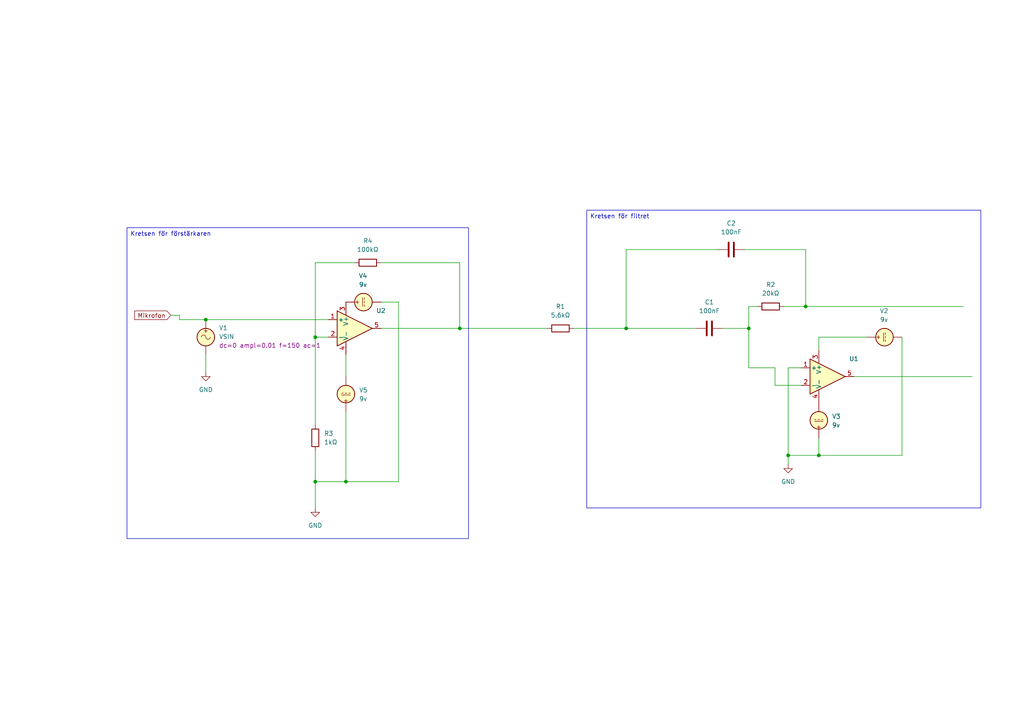
<source format=kicad_sch>
(kicad_sch (version 20250114) (generator "eeschema") (generator_version "9.0")
  (paper "A4")
  (lib_symbols
    (symbol "Device:C" (pin_numbers (hide yes)) (pin_names (offset 0.254))
      (property "Reference" "C" (at 0.635 2.54 0))
      (property "Value" "C" (at 0.635 -2.54 0))
      (symbol "C_0_1"
        (polyline (pts (xy -2.032 0.762) (xy 2.032 0.762)) (stroke (width 0.508)))
        (polyline (pts (xy -2.032 -0.762) (xy 2.032 -0.762)) (stroke (width 0.508)))
      )
      (symbol "C_1_1"
        (pin passive line (at 0 3.81 270) (length 2.794) (name "~") (number "1"))
        (pin passive line (at 0 -3.81 90) (length 2.794) (name "~") (number "2"))
      )
    )
    (symbol "Device:R" (pin_numbers (hide yes)) (pin_names (offset 0))
      (property "Reference" "R" (at 2.032 0 90))
      (property "Value" "R" (at 0 0 90))
      (symbol "R_0_1"
        (rectangle (start -1.016 -2.54) (end 1.016 2.54) (stroke (width 0.254)))
      )
      (symbol "R_1_1"
        (pin passive line (at 0 3.81 270) (length 1.27) (name "~") (number "1"))
        (pin passive line (at 0 -3.81 90) (length 1.27) (name "~") (number "2"))
      )
    )
    (symbol "Simulation_SPICE:OPAMP" (pin_names (offset 0.254))
      (property "Reference" "U" (at 3.81 3.175 0))
      (property "Value" "${SIM.PARAMS}" (at 3.81 -3.175 0))
      (symbol "OPAMP_0_1"
        (polyline (pts (xy 5.08 0) (xy -5.08 5.08) (xy -5.08 -5.08) (xy 5.08 0)) (stroke (width 0.254)) (fill (type background)))
      )
      (symbol "OPAMP_1_1"
        (pin input line (at -7.62 2.54 0) (length 2.54) (name "+") (number "1"))
        (pin input line (at -7.62 -2.54 0) (length 2.54) (name "-") (number "2"))
        (pin power_in line (at -2.54 7.62 270) (length 3.81) (name "V+") (number "3"))
        (pin power_in line (at -2.54 -7.62 90) (length 3.81) (name "V-") (number "4"))
        (pin output line (at 7.62 0 180) (length 2.54) (name "~") (number "5"))
      )
    )
    (symbol "Simulation_SPICE:VDC" (pin_numbers (hide yes)) (pin_names (offset 0.0254))
      (property "Reference" "V" (at 2.54 2.54 0))
      (property "Value" "1" (at 2.54 0 0))
      (symbol "VDC_0_0"
        (polyline (pts (xy -1.27 0.254) (xy 1.27 0.254)))
        (polyline (pts (xy -0.762 -0.254) (xy -1.27 -0.254)))
        (polyline (pts (xy 0.254 -0.254) (xy -0.254 -0.254)))
        (polyline (pts (xy 1.27 -0.254) (xy 0.762 -0.254)))
        (text "+" (at 0 1.905 0) (effects (font (size 1.27 1.27))))
      )
      (symbol "VDC_0_1"
        (circle (center 0 0) (radius 2.54) (stroke (width 0.254)) (fill (type background)))
      )
      (symbol "VDC_1_1"
        (pin passive line (at 0 5.08 270) (length 2.54) (name "~") (number "1"))
        (pin passive line (at 0 -5.08 90) (length 2.54) (name "~") (number "2"))
      )
    )
    (symbol "Simulation_SPICE:VSIN" (pin_numbers (hide yes)) (pin_names (offset 0.0254))
      (property "Reference" "V" (at 2.54 2.54 0))
      (property "Value" "VSIN" (at 2.54 0 0))
      (property "Sim.Params" "dc=0 ampl=1 f=1k ac=1" (at 2.54 -2.54 0))
      (symbol "VSIN_0_0"
        (arc (start -1.27 0) (mid -0.635 0.6323) (end 0 0))
        (arc (start 1.27 0) (mid 0.635 -0.6323) (end 0 0))
        (text "+" (at 0 1.905 0) (effects (font (size 1.27 1.27))))
      )
      (symbol "VSIN_0_1"
        (circle (center 0 0) (radius 2.54) (stroke (width 0.254)) (fill (type background)))
      )
      (symbol "VSIN_1_1"
        (pin passive line (at 0 5.08 270) (length 2.54) (name "~") (number "1"))
        (pin passive line (at 0 -5.08 90) (length 2.54) (name "~") (number "2"))
      )
    )
    (symbol "power:GND" (power) (pin_numbers (hide yes)) (pin_names (offset 0) (hide yes))
      (property "Value" "GND" (at 0 -3.81 0))
      (symbol "GND_0_1"
        (polyline (pts (xy 0 0) (xy 0 -1.27) (xy 1.27 -1.27) (xy 0 -2.54) (xy -1.27 -1.27) (xy 0 -1.27)))
      )
      (symbol "GND_1_1"
        (pin power_in line (at 0 0 270) (length 0) (name "~") (number "1"))
      )
    )
  )
  (text_box "Kretsen för filtret" (at 170.18 60.96 0) (size 114.3 86.36) (margins 0.9525 0.9525 0.9525 0.9525) (effects (font (size 1.27 1.27)) (justify left top)))
  (text_box "Kretsen för förstärkaren" (at 36.83 66.04 0) (size 99.06 90.17) (margins 0.9525 0.9525 0.9525 0.9525) (effects (font (size 1.27 1.27)) (justify left top)))
  (junction (at 228.6 132.08))
  (junction (at 59.69 92.71))
  (junction (at 233.68 88.9))
  (junction (at 91.44 139.7))
  (junction (at 91.44 97.79))
  (junction (at 133.35 95.25))
  (junction (at 100.33 139.7))
  (junction (at 217.17 95.25))
  (junction (at 237.49 132.08))
  (junction (at 181.61 95.25))
  (wire (pts (xy 100.33 119.38) (xy 100.33 139.7)))
  (wire (pts (xy 181.61 95.25) (xy 201.93 95.25)))
  (wire (pts (xy 247.65 109.22) (xy 281.94 109.22)))
  (wire (pts (xy 181.61 72.39) (xy 181.61 95.25)))
  (wire (pts (xy 91.44 130.81) (xy 91.44 139.7)))
  (wire (pts (xy 209.55 95.25) (xy 217.17 95.25)))
  (wire (pts (xy 49.53 91.44) (xy 52.07 91.44)))
  (wire (pts (xy 251.46 97.79) (xy 237.49 97.79)))
  (wire (pts (xy 228.6 106.68) (xy 232.41 106.68)))
  (wire (pts (xy 261.62 97.79) (xy 261.62 132.08)))
  (wire (pts (xy 233.68 72.39) (xy 233.68 88.9)))
  (wire (pts (xy 91.44 76.2) (xy 102.87 76.2)))
  (wire (pts (xy 224.79 106.68) (xy 224.79 111.76)))
  (wire (pts (xy 237.49 132.08) (xy 237.49 127)))
  (wire (pts (xy 52.07 91.44) (xy 52.07 92.71)))
  (wire (pts (xy 110.49 87.63) (xy 115.57 87.63)))
  (wire (pts (xy 227.33 88.9) (xy 233.68 88.9)))
  (wire (pts (xy 91.44 97.79) (xy 95.25 97.79)))
  (wire (pts (xy 224.79 111.76) (xy 232.41 111.76)))
  (wire (pts (xy 261.62 132.08) (xy 237.49 132.08)))
  (wire (pts (xy 91.44 139.7) (xy 91.44 147.32)))
  (wire (pts (xy 115.57 87.63) (xy 115.57 139.7)))
  (wire (pts (xy 233.68 88.9) (xy 279.4 88.9)))
  (wire (pts (xy 181.61 95.25) (xy 166.37 95.25)))
  (wire (pts (xy 217.17 106.68) (xy 224.79 106.68)))
  (wire (pts (xy 59.69 92.71) (xy 95.25 92.71)))
  (wire (pts (xy 133.35 95.25) (xy 158.75 95.25)))
  (wire (pts (xy 110.49 95.25) (xy 133.35 95.25)))
  (wire (pts (xy 100.33 139.7) (xy 91.44 139.7)))
  (wire (pts (xy 59.69 102.87) (xy 59.69 107.95)))
  (wire (pts (xy 217.17 88.9) (xy 217.17 95.25)))
  (wire (pts (xy 115.57 139.7) (xy 100.33 139.7)))
  (wire (pts (xy 181.61 72.39) (xy 208.28 72.39)))
  (wire (pts (xy 217.17 106.68) (xy 217.17 95.25)))
  (wire (pts (xy 237.49 97.79) (xy 237.49 101.6)))
  (wire (pts (xy 52.07 92.71) (xy 59.69 92.71)))
  (wire (pts (xy 91.44 97.79) (xy 91.44 123.19)))
  (wire (pts (xy 215.9 72.39) (xy 233.68 72.39)))
  (wire (pts (xy 91.44 76.2) (xy 91.44 97.79)))
  (wire (pts (xy 110.49 76.2) (xy 133.35 76.2)))
  (wire (pts (xy 228.6 106.68) (xy 228.6 132.08)))
  (wire (pts (xy 228.6 132.08) (xy 228.6 134.62)))
  (wire (pts (xy 100.33 102.87) (xy 100.33 109.22)))
  (wire (pts (xy 219.71 88.9) (xy 217.17 88.9)))
  (wire (pts (xy 133.35 76.2) (xy 133.35 95.25)))
  (wire (pts (xy 228.6 132.08) (xy 237.49 132.08)))
  (global_label "Mikrofon" (shape input) (at 49.53 91.44 180) (property "Intersheetrefs" "${INTERSHEET_REFS}" (effects (hide yes))))
  (symbol (lib_id "Simulation_SPICE:OPAMP") (at 102.87 95.25 0) (unit 1)
    (property "Reference" "U2" (at 110.49 90.0998 0))
    (property "Value" "${SIM.PARAMS}" (at 110.49 92.0049 0))
    (property "Datasheet" "https://ngspice.sourceforge.io/docs/ngspice-html-manual/manual.xhtml#sec__SUBCKT_Subcircuits" (effects (hide yes)))
    (property "Description" "Operational amplifier, single" (effects (hide yes)))
    (property "Sim.Pins" "1=in+ 2=in- 3=vcc 4=vee 5=out" (effects (hide yes)))
    (property "Sim.Device" "SUBCKT" (effects (hide yes)))
    (property "Sim.Library" "${KICAD9_SYMBOL_DIR}/Simulation_SPICE.sp" (effects (hide yes)))
    (property "Sim.Name" "kicad_builtin_opamp" (effects (hide yes)))
  )
  (symbol (lib_id "Simulation_SPICE:OPAMP") (at 240.03 109.22 0) (unit 1)
    (property "Reference" "U1" (at 247.65 104.0698 0))
    (property "Value" "${SIM.PARAMS}" (at 247.65 105.9749 0))
    (property "Datasheet" "https://ngspice.sourceforge.io/docs/ngspice-html-manual/manual.xhtml#sec__SUBCKT_Subcircuits" (effects (hide yes)))
    (property "Description" "Operational amplifier, single" (effects (hide yes)))
    (property "Sim.Pins" "1=in+ 2=in- 3=vcc 4=vee 5=out" (effects (hide yes)))
    (property "Sim.Device" "SUBCKT" (effects (hide yes)))
    (property "Sim.Library" "${KICAD9_SYMBOL_DIR}/Simulation_SPICE.sp" (effects (hide yes)))
    (property "Sim.Name" "kicad_builtin_opamp" (effects (hide yes)))
  )
  (symbol (lib_id "Simulation_SPICE:VDC") (at 237.49 121.92 180) (unit 1)
    (property "Reference" "V3" (at 241.3 120.7797 0) (effects (justify right)))
    (property "Value" "9v" (at 241.3 123.3197 0) (effects (justify right)))
    (property "Datasheet" "https://ngspice.sourceforge.io/docs/ngspice-html-manual/manual.xhtml#sec_Independent_Sources_for" (effects (hide yes)))
    (property "Description" "Voltage source, DC" (effects (hide yes)))
    (property "Sim.Pins" "1=+ 2=-" (effects (hide yes)))
    (property "Sim.Type" "DC" (effects (hide yes)))
    (property "Sim.Device" "V" (effects (hide yes)))
  )
  (symbol (lib_id "Device:R") (at 106.68 76.2 270) (unit 1)
    (property "Reference" "R4" (at 106.68 69.85 90))
    (property "Value" "100kΩ" (at 106.68 72.39 90))
    (property "Description" "Resistor" (effects (hide yes)))
  )
  (symbol (lib_id "Device:R") (at 91.44 127 180) (unit 1)
    (property "Reference" "R3" (at 93.98 125.7299 0) (effects (justify right)))
    (property "Value" "1kΩ" (at 93.98 128.2699 0) (effects (justify right)))
    (property "Description" "Resistor" (effects (hide yes)))
  )
  (symbol (lib_id "Device:C") (at 205.74 95.25 90) (unit 1)
    (property "Reference" "C1" (at 205.74 87.63 90))
    (property "Value" "100nF" (at 205.74 90.17 90))
    (property "Description" "Unpolarized capacitor" (effects (hide yes)))
  )
  (symbol (lib_id "power:GND") (at 59.69 107.95 0) (unit 1)
    (property "Reference" "#PWR04" (effects (hide yes)))
    (property "Value" "GND" (at 59.69 113.03 0))
    (property "Description" "Power symbol creates a global label with name \"GND\" , ground" (effects (hide yes)))
  )
  (symbol (lib_id "power:GND") (at 91.44 147.32 0) (unit 1)
    (property "Reference" "#PWR01" (effects (hide yes)))
    (property "Value" "GND" (at 91.44 152.4 0))
    (property "Description" "Power symbol creates a global label with name \"GND\" , ground" (effects (hide yes)))
  )
  (symbol (lib_id "Device:R") (at 162.56 95.25 90) (unit 1)
    (property "Reference" "R1" (at 162.56 88.9 90))
    (property "Value" "5.6kΩ" (at 162.56 91.44 90))
    (property "Description" "Resistor" (effects (hide yes)))
  )
  (symbol (lib_id "Simulation_SPICE:VDC") (at 105.41 87.63 90) (unit 1)
    (property "Reference" "V4" (at 105.2802 80.01 90))
    (property "Value" "9v" (at 105.2802 82.55 90))
    (property "Datasheet" "https://ngspice.sourceforge.io/docs/ngspice-html-manual/manual.xhtml#sec_Independent_Sources_for" (effects (hide yes)))
    (property "Description" "Voltage source, DC" (effects (hide yes)))
    (property "Sim.Pins" "1=+ 2=-" (effects (hide yes)))
    (property "Sim.Type" "DC" (effects (hide yes)))
    (property "Sim.Device" "V" (effects (hide yes)))
  )
  (symbol (lib_id "Device:R") (at 223.52 88.9 90) (unit 1)
    (property "Reference" "R2" (at 223.52 82.55 90))
    (property "Value" "20kΩ" (at 223.52 85.09 90))
    (property "Description" "Resistor" (effects (hide yes)))
  )
  (symbol (lib_id "Simulation_SPICE:VDC") (at 100.33 114.3 180) (unit 1)
    (property "Reference" "V5" (at 104.14 113.1597 0) (effects (justify right)))
    (property "Value" "9v" (at 104.14 115.6997 0) (effects (justify right)))
    (property "Datasheet" "https://ngspice.sourceforge.io/docs/ngspice-html-manual/manual.xhtml#sec_Independent_Sources_for" (effects (hide yes)))
    (property "Description" "Voltage source, DC" (effects (hide yes)))
    (property "Sim.Pins" "1=+ 2=-" (effects (hide yes)))
    (property "Sim.Type" "DC" (effects (hide yes)))
    (property "Sim.Device" "V" (effects (hide yes)))
  )
  (symbol (lib_id "power:GND") (at 228.6 134.62 0) (unit 1)
    (property "Reference" "#PWR02" (effects (hide yes)))
    (property "Value" "GND" (at 228.6 139.7 0))
    (property "Description" "Power symbol creates a global label with name \"GND\" , ground" (effects (hide yes)))
  )
  (symbol (lib_id "Simulation_SPICE:VSIN") (at 59.69 97.79 0) (unit 1)
    (property "Reference" "V1" (at 63.5 95.1201 0) (effects (justify left)))
    (property "Value" "VSIN" (at 63.5 97.6601 0) (effects (justify left)))
    (property "Datasheet" "https://ngspice.sourceforge.io/docs/ngspice-html-manual/manual.xhtml#sec_Independent_Sources_for" (effects (hide yes)))
    (property "Description" "Voltage source, sinusoidal" (effects (hide yes)))
    (property "Sim.Pins" "1=+ 2=-" (effects (hide yes)))
    (property "Sim.Params" "dc=0 ampl=0.01 f=150 ac=1" (at 63.5 100.2001 0) (effects (justify left)))
    (property "Sim.Type" "SIN" (effects (hide yes)))
    (property "Sim.Device" "V" (effects (hide yes)))
  )
  (symbol (lib_id "Device:C") (at 212.09 72.39 90) (unit 1)
    (property "Reference" "C2" (at 212.09 64.77 90))
    (property "Value" "100nF" (at 212.09 67.31 90))
    (property "Description" "Unpolarized capacitor" (effects (hide yes)))
  )
  (symbol (lib_id "Simulation_SPICE:VDC") (at 256.54 97.79 90) (unit 1)
    (property "Reference" "V2" (at 256.4102 90.17 90))
    (property "Value" "9v" (at 256.4102 92.71 90))
    (property "Datasheet" "https://ngspice.sourceforge.io/docs/ngspice-html-manual/manual.xhtml#sec_Independent_Sources_for" (effects (hide yes)))
    (property "Description" "Voltage source, DC" (effects (hide yes)))
    (property "Sim.Pins" "1=+ 2=-" (effects (hide yes)))
    (property "Sim.Type" "DC" (effects (hide yes)))
    (property "Sim.Device" "V" (effects (hide yes)))
  )
)
</source>
